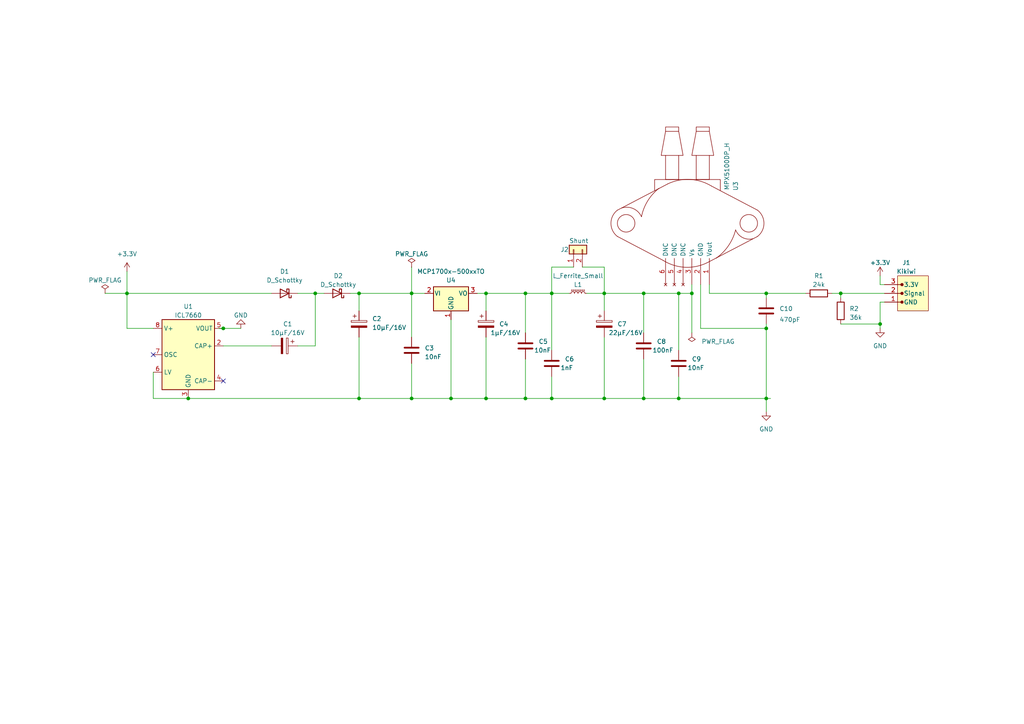
<source format=kicad_sch>
(kicad_sch (version 20230121) (generator eeschema)
  (paper "A4")
  (title_block (title "UBPE Pressure 2023 (THT version)") (date "2023-12-09") (rev "1.2") (company "L0AD") (comment 1 "connected to CNES Kikiwi board, 3.3V") (comment 2 "MPX5100DP pressure sensor"))
  (lib_symbols
    (symbol "Connector_Generic:Conn_01x02" (pin_names (offset 1.016) hide)
      (property "Reference" "J" (at 0 2.54 0))
      (property "Value" "Conn_01x02" (at 0 -5.08 0))
      (symbol "Conn_01x02_1_1"
        (rectangle (start -1.27 -2.413) (end 0 -2.667) (stroke (width 0.1524)))
        (rectangle (start -1.27 0.127) (end 0 -0.127) (stroke (width 0.1524)))
        (rectangle (start -1.27 1.27) (end 1.27 -3.81) (stroke (width 0.254)) (fill (type background)))
        (pin passive line (at -5.08 0 0) (length 3.81) (name "Pin_1") (number "1"))
        (pin passive line (at -5.08 -2.54 0) (length 3.81) (name "Pin_2") (number "2"))
      )
    )
    (symbol "Device:C" (pin_numbers hide) (pin_names (offset 0.254))
      (property "Reference" "C" (at 0.635 2.54 0))
      (property "Value" "C" (at 0.635 -2.54 0))
      (symbol "C_0_1"
        (polyline (pts (xy -2.032 -0.762) (xy 2.032 -0.762)) (stroke (width 0.508)))
        (polyline (pts (xy -2.032 0.762) (xy 2.032 0.762)) (stroke (width 0.508)))
      )
      (symbol "C_1_1"
        (pin passive line (at 0 3.81 270) (length 2.794) (name "~") (number "1"))
        (pin passive line (at 0 -3.81 90) (length 2.794) (name "~") (number "2"))
      )
    )
    (symbol "Device:C_Polarized" (pin_numbers hide) (pin_names (offset 0.254))
      (property "Reference" "C" (at 0.635 2.54 0))
      (property "Value" "C_Polarized" (at 0.635 -2.54 0))
      (symbol "C_Polarized_0_1"
        (rectangle (start -2.286 0.508) (end 2.286 1.016))
        (polyline (pts (xy -1.778 2.286) (xy -0.762 2.286)))
        (polyline (pts (xy -1.27 2.794) (xy -1.27 1.778)))
        (rectangle (start 2.286 -0.508) (end -2.286 -1.016) (fill (type outline)))
      )
      (symbol "C_Polarized_1_1"
        (pin passive line (at 0 3.81 270) (length 2.794) (name "~") (number "1"))
        (pin passive line (at 0 -3.81 90) (length 2.794) (name "~") (number "2"))
      )
    )
    (symbol "Device:D_Schottky" (pin_numbers hide) (pin_names (offset 1.016) hide)
      (property "Reference" "D" (at 0 2.54 0))
      (property "Value" "D_Schottky" (at 0 -2.54 0))
      (symbol "D_Schottky_0_1"
        (polyline (pts (xy 1.27 0) (xy -1.27 0)))
        (polyline (pts (xy 1.27 1.27) (xy 1.27 -1.27) (xy -1.27 0) (xy 1.27 1.27)) (stroke (width 0.254)))
        (polyline (pts (xy -1.905 0.635) (xy -1.905 1.27) (xy -1.27 1.27) (xy -1.27 -1.27) (xy -0.635 -1.27) (xy -0.635 -0.635)) (stroke (width 0.254)))
      )
      (symbol "D_Schottky_1_1"
        (pin passive line (at -3.81 0 0) (length 2.54) (name "K") (number "1"))
        (pin passive line (at 3.81 0 180) (length 2.54) (name "A") (number "2"))
      )
    )
    (symbol "Device:L_Ferrite_Small" (pin_numbers hide) (pin_names (offset 0.254) hide)
      (property "Reference" "L" (at 1.27 1.016 0))
      (property "Value" "L_Ferrite_Small" (at 1.27 -1.27 0))
      (symbol "L_Ferrite_Small_0_1"
        (arc (start 0 -2.032) (mid 0.5058 -1.524) (end 0 -1.016))
        (arc (start 0 -1.016) (mid 0.5058 -0.508) (end 0 0))
        (polyline (pts (xy 0.762 -1.905) (xy 0.762 -1.651)))
        (polyline (pts (xy 0.762 -1.397) (xy 0.762 -1.143)))
        (polyline (pts (xy 0.762 -0.889) (xy 0.762 -0.635)))
        (polyline (pts (xy 0.762 -0.381) (xy 0.762 -0.127)))
        (polyline (pts (xy 0.762 0.127) (xy 0.762 0.381)))
        (polyline (pts (xy 0.762 0.635) (xy 0.762 0.889)))
        (polyline (pts (xy 0.762 1.143) (xy 0.762 1.397)))
        (polyline (pts (xy 0.762 1.651) (xy 0.762 1.905)))
        (polyline (pts (xy 1.016 -1.651) (xy 1.016 -1.905)))
        (polyline (pts (xy 1.016 -1.143) (xy 1.016 -1.397)))
        (polyline (pts (xy 1.016 -0.635) (xy 1.016 -0.889)))
        (polyline (pts (xy 1.016 -0.127) (xy 1.016 -0.381)))
        (polyline (pts (xy 1.016 0.381) (xy 1.016 0.127)))
        (polyline (pts (xy 1.016 0.889) (xy 1.016 0.635)))
        (polyline (pts (xy 1.016 1.397) (xy 1.016 1.143)))
        (polyline (pts (xy 1.016 1.905) (xy 1.016 1.651)))
        (arc (start 0 0) (mid 0.5058 0.508) (end 0 1.016))
        (arc (start 0 1.016) (mid 0.5058 1.524) (end 0 2.032))
      )
      (symbol "L_Ferrite_Small_1_1"
        (pin passive line (at 0 2.54 270) (length 0.508) (name "~") (number "1"))
        (pin passive line (at 0 -2.54 90) (length 0.508) (name "~") (number "2"))
      )
    )
    (symbol "Device:R" (pin_numbers hide) (pin_names (offset 0))
      (property "Reference" "R" (at 2.032 0 90))
      (property "Value" "R" (at 0 0 90))
      (symbol "R_0_1"
        (rectangle (start -1.016 -2.54) (end 1.016 2.54) (stroke (width 0.254)))
      )
      (symbol "R_1_1"
        (pin passive line (at 0 3.81 270) (length 1.27) (name "~") (number "1"))
        (pin passive line (at 0 -3.81 90) (length 1.27) (name "~") (number "2"))
      )
    )
    (symbol "PCM_L0AD:JST_Kikiwi"
      (property "Reference" "J" (at 0 8.89 0))
      (property "Value" "Kikiwi" (at 1.27 6.35 0))
      (symbol "JST_Kikiwi_0_1"
        (circle (center -1.27 -2.54) (radius 0.381) (fill (type outline)))
        (circle (center -1.27 0) (radius 0.381) (fill (type outline)))
        (circle (center -1.27 2.54) (radius 0.381) (fill (type outline)))
      )
      (symbol "JST_Kikiwi_1_1"
        (rectangle (start -2.54 5.08) (end 6.35 -5.08) (fill (type background)))
        (pin passive line (at -6.35 -2.54 0) (length 5.08) (name "GND") (number "1"))
        (pin passive line (at -6.35 0 0) (length 5.08) (name "Signal") (number "2"))
        (pin passive line (at -6.35 2.54 0) (length 5.08) (name "3.3V") (number "3"))
      )
    )
    (symbol "PCM_L0AD:MPX5100DP_Horizontal"
      (property "Reference" "U" (at 10.795 13.97 0))
      (property "Value" "MPX5100DP_H" (at 16.51 11.43 0))
      (symbol "MPX5100DP_Horizontal_0_0"
        (pin output line (at -17.78 6.35 0) (length 7.62) (name "Vout") (number "1"))
        (pin power_in line (at -17.78 3.81 0) (length 7.62) (name "GND") (number "2"))
        (pin power_in line (at -17.78 1.27 0) (length 7.62) (name "Vs") (number "3"))
        (pin no_connect line (at -17.78 -1.27 0) (length 7.62) (name "DNC") (number "4"))
        (pin no_connect line (at -17.78 -3.81 0) (length 7.62) (name "DNC") (number "5"))
        (pin no_connect line (at -17.78 -6.35 0) (length 7.62) (name "DNC") (number "6"))
      )
      (symbol "MPX5100DP_Horizontal_0_1"
        (arc (start -11.43 5.715) (mid -12.7455 -0.7166) (end -10.795 -6.985))
        (arc (start -4.445 19.05) (mid -4.146 16.0245) (end -1.905 13.97))
        (arc (start -3.81 -20.32) (mid 0 -22.1889) (end 3.81 -20.32))
        (arc (start -1.905 13.97) (mid -6.5457 11.8537) (end -10.16 8.255))
        (circle (center 0 -17.78) (radius 2.54))
        (polyline (pts (xy -11.43 5.715) (xy -3.81 20.32)))
        (polyline (pts (xy -3.81 -20.32) (xy -10.795 -6.985)))
        (polyline (pts (xy 3.81 20.32) (xy 10.795 6.985)))
        (polyline (pts (xy 11.43 -5.715) (xy 3.81 -20.32)))
        (polyline (pts (xy 9.525 9.525) (xy 12.7 9.525) (xy 12.7 -9.525) (xy 9.525 -9.525)))
        (polyline (pts (xy 26.67 -2.54) (xy 27.94 -2.54) (xy 27.94 -6.35) (xy 26.67 -6.35) (xy 27.305 -6.35)))
        (polyline (pts (xy 26.67 6.35) (xy 27.94 6.35) (xy 27.94 2.54) (xy 26.67 2.54) (xy 27.305 2.54)))
        (polyline (pts (xy 19.685 -2.54) (xy 19.685 -1.27) (xy 26.67 -2.54) (xy 26.67 -6.35) (xy 19.685 -7.62) (xy 19.685 -6.35)))
        (polyline (pts (xy 19.685 6.35) (xy 19.685 7.62) (xy 26.67 6.35) (xy 26.67 2.54) (xy 19.685 1.27) (xy 19.685 2.54)))
        (circle (center 0 17.78) (radius 2.54))
        (arc (start 1.905 -13.335) (mid 6.4882 -11.5355) (end 10.16 -8.255))
        (arc (start 3.81 20.32) (mid 0 22.1896) (end -3.81 20.32))
        (arc (start 4.445 -19.05) (mid 4.2672 -15.7071) (end 1.905 -13.335))
        (arc (start 11.43 -5.715) (mid 12.7202 0.7154) (end 10.795 6.985))
        (rectangle (start 12.7 -2.54) (end 19.685 -6.35))
        (rectangle (start 12.7 6.35) (end 19.685 2.54))
      )
    )
    (symbol "Regulator_Linear:MCP1700x-500xxTO" (pin_names (offset 0.254))
      (property "Reference" "U" (at -3.81 -3.175 0))
      (property "Value" "MCP1700x-500xxTO" (at 0 -3.175 0))
      (symbol "MCP1700x-500xxTO_0_1"
        (rectangle (start -5.08 5.08) (end 5.08 -1.905) (stroke (width 0.254)) (fill (type background)))
      )
      (symbol "MCP1700x-500xxTO_1_1"
        (pin power_in line (at 0 7.62 270) (length 2.54) (name "GND") (number "1"))
        (pin power_in line (at -7.62 0 0) (length 2.54) (name "VI") (number "2"))
        (pin power_out line (at 7.62 0 180) (length 2.54) (name "VO") (number "3"))
      )
    )
    (symbol "Regulator_SwitchedCapacitor:ICL7660"
      (property "Reference" "U" (at -6.35 11.43 0))
      (property "Value" "ICL7660" (at 3.81 11.43 0))
      (symbol "ICL7660_0_1"
        (rectangle (start -7.62 10.16) (end 7.62 -10.16) (stroke (width 0.254)) (fill (type background)))
      )
      (symbol "ICL7660_1_1"
        (pin no_connect line (at -7.62 5.08 0) (length 2.54) hide (name "NC") (number "1"))
        (pin input line (at 10.16 2.54 180) (length 2.54) (name "CAP+") (number "2"))
        (pin power_in line (at 0 -12.7 90) (length 2.54) (name "GND") (number "3"))
        (pin input line (at 10.16 -7.62 180) (length 2.54) (name "CAP-") (number "4"))
        (pin power_out line (at 10.16 7.62 180) (length 2.54) (name "VOUT") (number "5"))
        (pin input line (at -10.16 -5.08 0) (length 2.54) (name "LV") (number "6"))
        (pin input line (at -10.16 0 0) (length 2.54) (name "OSC") (number "7"))
        (pin power_in line (at -10.16 7.62 0) (length 2.54) (name "V+") (number "8"))
      )
    )
    (symbol "power:+3.3V" (power) (pin_names (offset 0))
      (property "Value" "+3.3V" (at 0 3.556 0))
      (symbol "+3.3V_0_1"
        (polyline (pts (xy -0.762 1.27) (xy 0 2.54)))
        (polyline (pts (xy 0 0) (xy 0 2.54)))
        (polyline (pts (xy 0 2.54) (xy 0.762 1.27)))
      )
      (symbol "+3.3V_1_1"
        (pin power_in line (at 0 0 90) (length 0) hide (name "+3.3V") (number "1"))
      )
    )
    (symbol "power:GND" (power) (pin_names (offset 0))
      (property "Value" "GND" (at 0 -3.81 0))
      (symbol "GND_0_1"
        (polyline (pts (xy 0 0) (xy 0 -1.27) (xy 1.27 -1.27) (xy 0 -2.54) (xy -1.27 -1.27) (xy 0 -1.27)))
      )
      (symbol "GND_1_1"
        (pin power_in line (at 0 0 270) (length 0) hide (name "GND") (number "1"))
      )
    )
    (symbol "power:PWR_FLAG" (power) (pin_numbers hide) (pin_names (offset 0) hide)
      (property "Value" "PWR_FLAG" (at 0 3.81 0))
      (symbol "PWR_FLAG_0_0"
        (pin power_out line (at 0 0 90) (length 0) (name "pwr") (number "1"))
      )
      (symbol "PWR_FLAG_0_1"
        (polyline (pts (xy 0 0) (xy 0 1.27) (xy -1.016 1.905) (xy 0 2.54) (xy 1.016 1.905) (xy 0 1.27)))
      )
    )
  )
  (junction (at 200.66 85.09))
  (junction (at 36.83 85.09))
  (junction (at 119.38 85.09))
  (junction (at 175.26 85.09))
  (junction (at 255.27 93.98))
  (junction (at 119.38 115.57))
  (junction (at 104.14 115.57))
  (junction (at 175.26 115.57))
  (junction (at 222.25 85.09))
  (junction (at 196.85 115.57))
  (junction (at 196.85 85.09))
  (junction (at 160.02 85.09))
  (junction (at 152.4 85.09))
  (junction (at 152.4 115.57))
  (junction (at 54.61 115.57))
  (junction (at 222.25 95.25))
  (junction (at 243.84 85.09))
  (junction (at 64.77 95.25))
  (junction (at 140.97 115.57))
  (junction (at 160.02 115.57))
  (junction (at 140.97 85.09))
  (junction (at 222.25 115.57))
  (junction (at 186.69 115.57))
  (junction (at 130.81 115.57))
  (junction (at 104.14 85.09))
  (junction (at 91.44 85.09))
  (junction (at 186.69 85.09))
  (no_connect (at 64.77 110.49))
  (no_connect (at 44.45 102.87))
  (wire (pts (xy 140.97 85.09) (xy 152.4 85.09)))
  (wire (pts (xy 160.02 115.57) (xy 175.26 115.57)))
  (wire (pts (xy 175.26 77.47) (xy 175.26 85.09)))
  (wire (pts (xy 130.81 115.57) (xy 119.38 115.57)))
  (wire (pts (xy 200.66 82.55) (xy 200.66 85.09)))
  (wire (pts (xy 91.44 85.09) (xy 91.44 100.33)))
  (wire (pts (xy 119.38 105.41) (xy 119.38 115.57)))
  (wire (pts (xy 152.4 104.14) (xy 152.4 115.57)))
  (wire (pts (xy 170.18 85.09) (xy 175.26 85.09)))
  (wire (pts (xy 160.02 77.47) (xy 166.37 77.47)))
  (wire (pts (xy 205.74 85.09) (xy 222.25 85.09)))
  (wire (pts (xy 138.43 85.09) (xy 140.97 85.09)))
  (wire (pts (xy 140.97 85.09) (xy 140.97 90.17)))
  (wire (pts (xy 175.26 85.09) (xy 175.26 90.17)))
  (wire (pts (xy 36.83 85.09) (xy 78.74 85.09)))
  (wire (pts (xy 160.02 77.47) (xy 160.02 85.09)))
  (wire (pts (xy 196.85 115.57) (xy 222.25 115.57)))
  (wire (pts (xy 36.83 78.74) (xy 36.83 85.09)))
  (wire (pts (xy 30.48 85.09) (xy 36.83 85.09)))
  (wire (pts (xy 86.36 100.33) (xy 91.44 100.33)))
  (wire (pts (xy 64.77 100.33) (xy 78.74 100.33)))
  (wire (pts (xy 54.61 115.57) (xy 104.14 115.57)))
  (wire (pts (xy 44.45 107.95) (xy 44.45 115.57)))
  (wire (pts (xy 186.69 85.09) (xy 196.85 85.09)))
  (wire (pts (xy 222.25 115.57) (xy 222.25 119.38)))
  (wire (pts (xy 152.4 115.57) (xy 140.97 115.57)))
  (wire (pts (xy 152.4 85.09) (xy 160.02 85.09)))
  (wire (pts (xy 160.02 109.22) (xy 160.02 115.57)))
  (wire (pts (xy 104.14 97.79) (xy 104.14 115.57)))
  (wire (pts (xy 36.83 95.25) (xy 44.45 95.25)))
  (wire (pts (xy 160.02 85.09) (xy 165.1 85.09)))
  (wire (pts (xy 63.5 95.25) (xy 64.77 95.25)))
  (wire (pts (xy 255.27 95.25) (xy 255.27 93.98)))
  (wire (pts (xy 64.77 95.25) (xy 69.85 95.25)))
  (wire (pts (xy 222.25 93.98) (xy 222.25 95.25)))
  (wire (pts (xy 119.38 77.47) (xy 119.38 85.09)))
  (wire (pts (xy 152.4 85.09) (xy 152.4 96.52)))
  (wire (pts (xy 186.69 115.57) (xy 196.85 115.57)))
  (wire (pts (xy 140.97 97.79) (xy 140.97 115.57)))
  (wire (pts (xy 140.97 115.57) (xy 130.81 115.57)))
  (wire (pts (xy 152.4 115.57) (xy 160.02 115.57)))
  (wire (pts (xy 168.91 77.47) (xy 175.26 77.47)))
  (wire (pts (xy 86.36 85.09) (xy 91.44 85.09)))
  (wire (pts (xy 200.66 96.52) (xy 200.66 85.09)))
  (wire (pts (xy 222.25 85.09) (xy 233.68 85.09)))
  (wire (pts (xy 91.44 85.09) (xy 93.98 85.09)))
  (wire (pts (xy 160.02 85.09) (xy 160.02 101.6)))
  (wire (pts (xy 222.25 85.09) (xy 222.25 86.36)))
  (wire (pts (xy 203.2 95.25) (xy 222.25 95.25)))
  (wire (pts (xy 223.52 115.57) (xy 222.25 115.57)))
  (wire (pts (xy 175.26 97.79) (xy 175.26 115.57)))
  (wire (pts (xy 243.84 86.36) (xy 243.84 85.09)))
  (wire (pts (xy 205.74 85.09) (xy 205.74 82.55)))
  (wire (pts (xy 222.25 95.25) (xy 222.25 115.57)))
  (wire (pts (xy 104.14 85.09) (xy 104.14 90.17)))
  (wire (pts (xy 255.27 82.55) (xy 255.27 80.01)))
  (wire (pts (xy 255.27 87.63) (xy 256.54 87.63)))
  (wire (pts (xy 255.27 87.63) (xy 255.27 93.98)))
  (wire (pts (xy 44.45 115.57) (xy 54.61 115.57)))
  (wire (pts (xy 196.85 101.6) (xy 196.85 85.09)))
  (wire (pts (xy 243.84 85.09) (xy 241.3 85.09)))
  (wire (pts (xy 119.38 115.57) (xy 104.14 115.57)))
  (wire (pts (xy 243.84 93.98) (xy 255.27 93.98)))
  (wire (pts (xy 101.6 85.09) (xy 104.14 85.09)))
  (wire (pts (xy 196.85 109.22) (xy 196.85 115.57)))
  (wire (pts (xy 243.84 85.09) (xy 256.54 85.09)))
  (wire (pts (xy 104.14 85.09) (xy 119.38 85.09)))
  (wire (pts (xy 130.81 92.71) (xy 130.81 115.57)))
  (wire (pts (xy 175.26 115.57) (xy 186.69 115.57)))
  (wire (pts (xy 196.85 85.09) (xy 200.66 85.09)))
  (wire (pts (xy 175.26 85.09) (xy 186.69 85.09)))
  (wire (pts (xy 186.69 104.14) (xy 186.69 115.57)))
  (wire (pts (xy 256.54 82.55) (xy 255.27 82.55)))
  (wire (pts (xy 119.38 85.09) (xy 119.38 97.79)))
  (wire (pts (xy 203.2 82.55) (xy 203.2 95.25)))
  (wire (pts (xy 186.69 85.09) (xy 186.69 96.52)))
  (wire (pts (xy 36.83 85.09) (xy 36.83 95.25)))
  (wire (pts (xy 119.38 85.09) (xy 123.19 85.09)))
  (symbol (lib_id "Device:C") (at 186.69 100.33 0) (unit 1)
    (property "Reference" "C8" (at 190.5 99.06 0) (effects (justify left)))
    (property "Value" "100nF" (at 189.23 101.6 0) (effects (justify left)))
    (property "Footprint" "Capacitor_THT:C_Rect_L7.0mm_W2.0mm_P5.00mm" (effects hide))
  )
  (symbol (lib_id "Device:C") (at 119.38 101.6 0) (unit 1)
    (property "Reference" "C3" (at 123.19 100.965 0) (effects (justify left)))
    (property "Value" "10nF" (at 123.19 103.505 0) (effects (justify left)))
    (property "Footprint" "Capacitor_THT:C_Disc_D4.7mm_W2.5mm_P5.00mm" (effects hide))
  )
  (symbol (lib_id "Device:R") (at 237.49 85.09 90) (unit 1)
    (property "Reference" "R1" (at 237.49 80.01 90))
    (property "Value" "24k" (at 237.49 82.55 90))
    (property "Footprint" "Resistor_THT:R_Axial_DIN0207_L6.3mm_D2.5mm_P10.16mm_Horizontal" (effects hide))
  )
  (symbol (lib_id "Device:D_Schottky") (at 97.79 85.09 180) (unit 1)
    (property "Reference" "D2" (at 98.1075 80.01 0))
    (property "Value" "D_Schottky" (at 98.1075 82.55 0))
    (property "Footprint" "Diode_THT:D_T-1_P5.08mm_Horizontal" (effects hide))
  )
  (symbol (lib_id "Device:C") (at 222.25 90.17 0) (unit 1)
    (property "Reference" "C10" (at 226.06 89.535 0) (effects (justify left)))
    (property "Value" "470pF" (at 226.06 92.71 0) (effects (justify left)))
    (property "Footprint" "Capacitor_THT:C_Disc_D5.0mm_W2.5mm_P5.00mm" (effects hide))
  )
  (symbol (lib_id "Device:L_Ferrite_Small") (at 167.64 85.09 90) (unit 1)
    (property "Reference" "L1" (at 167.64 82.55 90))
    (property "Value" "L_Ferrite_Small" (at 167.64 80.01 90))
    (property "Footprint" "Inductor_SMD:L_1206_3216Metric_Pad1.42x1.75mm_HandSolder" (effects hide))
  )
  (symbol (lib_id "Device:R") (at 243.84 90.17 180) (unit 1)
    (property "Reference" "R2" (at 246.38 89.535 0) (effects (justify right)))
    (property "Value" "36k" (at 246.38 92.075 0) (effects (justify right)))
    (property "Footprint" "Resistor_THT:R_Axial_DIN0207_L6.3mm_D2.5mm_P10.16mm_Horizontal" (effects hide))
  )
  (symbol (lib_id "Device:C_Polarized") (at 175.26 93.98 0) (unit 1)
    (property "Reference" "C7" (at 179.07 93.98 0) (effects (justify left)))
    (property "Value" "22µF/16V" (at 176.53 96.52 0) (effects (justify left)))
    (property "Footprint" "Capacitor_THT:CP_Radial_Tantal_D5.0mm_P2.50mm" (effects hide))
  )
  (symbol (lib_id "Device:C") (at 160.02 105.41 0) (unit 1)
    (property "Reference" "C6" (at 163.83 104.14 0) (effects (justify left)))
    (property "Value" "1nF" (at 162.56 106.68 0) (effects (justify left)))
    (property "Footprint" "Capacitor_THT:C_Rect_L7.0mm_W2.0mm_P5.00mm" (effects hide))
  )
  (symbol (lib_id "Device:C_Polarized") (at 82.55 100.33 270) (unit 1)
    (property "Reference" "C1" (at 83.439 93.98 90))
    (property "Value" "10µF/16V" (at 83.439 96.52 90))
    (property "Footprint" "Capacitor_THT:CP_Radial_Tantal_D4.5mm_P2.50mm" (effects hide))
  )
  (symbol (lib_id "Device:C") (at 152.4 100.33 0) (unit 1)
    (property "Reference" "C5" (at 156.21 99.06 0) (effects (justify left)))
    (property "Value" "10nF" (at 154.94 101.6 0) (effects (justify left)))
    (property "Footprint" "Capacitor_THT:C_Disc_D4.7mm_W2.5mm_P5.00mm" (effects hide))
  )
  (symbol (lib_id "Device:C_Polarized") (at 104.14 93.98 0) (unit 1)
    (property "Reference" "C2" (at 107.95 92.456 0) (effects (justify left)))
    (property "Value" "10µF/16V" (at 107.95 94.996 0) (effects (justify left)))
    (property "Footprint" "Capacitor_THT:CP_Radial_Tantal_D4.5mm_P2.50mm" (effects hide))
  )
  (symbol (lib_id "PCM_L0AD:MPX5100DP_Horizontal") (at 199.39 64.77 270) (mirror x) (unit 1)
    (property "Reference" "U3" (at 213.36 53.975 0))
    (property "Value" "MPX5100DP_H" (at 210.82 48.26 0))
    (property "Footprint" "PCM_L0AD:MPX5100DP_H" (effects hide))
    (property "Datasheet" "https://www.nxp.com/docs/en/data-sheet/MPX5100.pdf" (effects hide))
  )
  (symbol (lib_id "Regulator_SwitchedCapacitor:ICL7660") (at 54.61 102.87 0) (unit 1)
    (property "Reference" "U1" (at 54.61 88.9 0))
    (property "Value" "ICL7660" (at 54.61 91.44 0))
    (property "Footprint" "Package_DIP:DIP-8_W7.62mm" (effects hide))
    (property "Datasheet" "http://datasheets.maximintegrated.com/en/ds/ICL7660-MAX1044.pdf" (effects hide))
  )
  (symbol (lib_id "PCM_L0AD:JST_Kikiwi") (at 262.89 85.09 0) (unit 1)
    (property "Reference" "J1" (at 262.89 76.2 0))
    (property "Value" "Kikiwi" (at 262.89 78.74 0))
    (property "Footprint" "Connector_JST:JST_XH_B3B-XH-A_1x03_P2.50mm_Vertical" (effects hide))
  )
  (symbol (lib_id "power:+3.3V") (at 36.83 78.74 0) (unit 1)
    (property "Reference" "#PWR0102" (effects hide))
    (property "Value" "+3.3V" (at 36.83 73.66 0))
  )
  (symbol (lib_id "power:PWR_FLAG") (at 30.48 85.09 0) (unit 1)
    (property "Reference" "#FLG01" (effects hide))
    (property "Value" "PWR_FLAG" (at 30.48 81.28 0))
  )
  (symbol (lib_id "Device:C") (at 196.85 105.41 0) (unit 1)
    (property "Reference" "C9" (at 200.66 104.14 0) (effects (justify left)))
    (property "Value" "10nF" (at 199.39 106.68 0) (effects (justify left)))
    (property "Footprint" "Capacitor_THT:C_Disc_D4.7mm_W2.5mm_P5.00mm" (effects hide))
  )
  (symbol (lib_id "Regulator_Linear:MCP1700x-500xxTO") (at 130.81 85.09 0) (mirror x) (unit 1)
    (property "Reference" "U4" (at 130.81 81.28 0))
    (property "Value" "MCP1700x-500xxTO" (at 130.81 78.74 0))
    (property "Footprint" "Package_TO_SOT_THT:TO-92_Inline" (effects hide))
    (property "Datasheet" "http://ww1.microchip.com/downloads/en/DeviceDoc/20001826D.pdf" (effects hide))
  )
  (symbol (lib_id "power:GND") (at 69.85 95.25 180) (unit 1)
    (property "Reference" "#PWR03" (effects hide))
    (property "Value" "GND" (at 69.85 91.44 0))
  )
  (symbol (lib_id "power:GND") (at 255.27 95.25 0) (unit 1)
    (property "Reference" "#PWR01" (effects hide))
    (property "Value" "GND" (at 255.27 100.33 0))
  )
  (symbol (lib_id "Connector_Generic:Conn_01x02") (at 166.37 72.39 90) (unit 1)
    (property "Reference" "J2" (at 162.56 72.39 90) (effects (justify right)))
    (property "Value" "Shunt" (at 165.1 69.85 90) (effects (justify right)))
    (property "Footprint" "Connector_PinHeader_2.54mm:PinHeader_1x02_P2.54mm_Vertical" (effects hide))
  )
  (symbol (lib_id "power:PWR_FLAG") (at 200.66 96.52 180) (unit 1)
    (property "Reference" "#FLG03" (effects hide))
    (property "Value" "PWR_FLAG" (at 208.28 99.06 0))
  )
  (symbol (lib_id "Device:C_Polarized") (at 140.97 93.98 0) (unit 1)
    (property "Reference" "C4" (at 144.78 93.98 0) (effects (justify left)))
    (property "Value" "1µF/16V" (at 142.24 96.52 0) (effects (justify left)))
    (property "Footprint" "Capacitor_THT:CP_Radial_Tantal_D4.5mm_P2.50mm" (effects hide))
  )
  (symbol (lib_id "power:PWR_FLAG") (at 119.38 77.47 0) (unit 1)
    (property "Reference" "#FLG02" (effects hide))
    (property "Value" "PWR_FLAG" (at 119.38 73.66 0))
  )
  (symbol (lib_id "power:+3.3V") (at 255.27 80.01 0) (unit 1)
    (property "Reference" "#PWR02" (effects hide))
    (property "Value" "+3.3V" (at 255.27 76.2 0))
  )
  (symbol (lib_id "Device:D_Schottky") (at 82.55 85.09 180) (unit 1)
    (property "Reference" "D1" (at 82.55 78.74 0))
    (property "Value" "D_Schottky" (at 82.55 81.28 0))
    (property "Footprint" "Diode_THT:D_T-1_P5.08mm_Horizontal" (effects hide))
  )
  (symbol (lib_id "power:GND") (at 222.25 119.38 0) (unit 1)
    (property "Reference" "#PWR0103" (effects hide))
    (property "Value" "GND" (at 222.25 124.46 0))
  )
)
</source>
